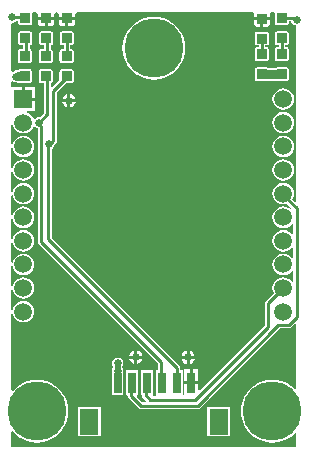
<source format=gtl>
G04 Layer_Physical_Order=1*
G04 Layer_Color=255*
%FSLAX24Y24*%
%MOIN*%
G70*
G01*
G75*
G04:AMPARAMS|DCode=10|XSize=33.5mil|YSize=35.4mil|CornerRadius=1.7mil|HoleSize=0mil|Usage=FLASHONLY|Rotation=270.000|XOffset=0mil|YOffset=0mil|HoleType=Round|Shape=RoundedRectangle|*
%AMROUNDEDRECTD10*
21,1,0.0335,0.0321,0,0,270.0*
21,1,0.0301,0.0354,0,0,270.0*
1,1,0.0033,-0.0160,-0.0151*
1,1,0.0033,-0.0160,0.0151*
1,1,0.0033,0.0160,0.0151*
1,1,0.0033,0.0160,-0.0151*
%
%ADD10ROUNDEDRECTD10*%
%ADD11R,0.0276X0.0709*%
%ADD12C,0.0300*%
%ADD13C,0.0100*%
%ADD14C,0.0200*%
%ADD15R,0.0630X0.0866*%
%ADD16C,0.1969*%
%ADD17C,0.0591*%
%ADD18R,0.0591X0.0591*%
%ADD19C,0.0250*%
G36*
X304Y10970D02*
X340Y10883D01*
X397Y10809D01*
X471Y10752D01*
X557Y10716D01*
X650Y10704D01*
X743Y10716D01*
X829Y10752D01*
X903Y10809D01*
X960Y10883D01*
X975Y10920D01*
X1027Y10929D01*
X1033Y10927D01*
X1090Y10888D01*
X1138Y10879D01*
Y7100D01*
X1138Y7100D01*
X1146Y7057D01*
X1171Y7021D01*
X5138Y3054D01*
Y2809D01*
X5066D01*
Y1990D01*
X5066Y1981D01*
X5042Y1940D01*
X4993D01*
X4969Y1981D01*
Y2809D01*
X4574D01*
Y1981D01*
X4609Y1978D01*
X4618Y1935D01*
X4642Y1899D01*
X4751Y1790D01*
X4730Y1741D01*
X4618D01*
X4424Y1934D01*
X4443Y1981D01*
X4477D01*
Y2809D01*
X4082D01*
Y1981D01*
X4103D01*
X4138Y1950D01*
X4146Y1907D01*
X4171Y1871D01*
X4492Y1549D01*
X4529Y1525D01*
X4572Y1516D01*
X4572Y1516D01*
X6461D01*
X6461Y1516D01*
X6504Y1525D01*
X6540Y1549D01*
X9197Y4206D01*
X9496D01*
X9496Y4206D01*
X9539Y4214D01*
X9575Y4239D01*
X9704Y4367D01*
X9750Y4348D01*
Y2193D01*
X9703Y2176D01*
X9691Y2191D01*
X9566Y2297D01*
X9426Y2383D01*
X9274Y2446D01*
X9114Y2485D01*
X8950Y2497D01*
X8786Y2485D01*
X8626Y2446D01*
X8474Y2383D01*
X8334Y2297D01*
X8209Y2191D01*
X8103Y2066D01*
X8017Y1926D01*
X7954Y1774D01*
X7915Y1614D01*
X7903Y1450D01*
X7915Y1286D01*
X7954Y1126D01*
X8017Y974D01*
X8103Y834D01*
X8209Y709D01*
X8334Y603D01*
X8474Y517D01*
X8626Y454D01*
X8786Y415D01*
X8950Y403D01*
X9114Y415D01*
X9274Y454D01*
X9426Y517D01*
X9566Y603D01*
X9691Y709D01*
X9703Y724D01*
X9750Y707D01*
Y250D01*
X250D01*
Y760D01*
X300Y779D01*
X359Y709D01*
X484Y603D01*
X624Y517D01*
X776Y454D01*
X936Y415D01*
X1100Y403D01*
X1264Y415D01*
X1424Y454D01*
X1576Y517D01*
X1716Y603D01*
X1841Y709D01*
X1947Y834D01*
X2033Y974D01*
X2096Y1126D01*
X2135Y1286D01*
X2147Y1450D01*
X2135Y1614D01*
X2096Y1774D01*
X2033Y1926D01*
X1947Y2066D01*
X1841Y2191D01*
X1716Y2297D01*
X1576Y2383D01*
X1424Y2446D01*
X1264Y2485D01*
X1100Y2497D01*
X936Y2485D01*
X776Y2446D01*
X624Y2383D01*
X484Y2297D01*
X359Y2191D01*
X300Y2121D01*
X250Y2140D01*
Y4697D01*
X300Y4700D01*
X304Y4671D01*
X340Y4584D01*
X397Y4510D01*
X471Y4453D01*
X557Y4417D01*
X650Y4405D01*
X743Y4417D01*
X829Y4453D01*
X903Y4510D01*
X960Y4584D01*
X996Y4671D01*
X1008Y4763D01*
X996Y4856D01*
X960Y4943D01*
X903Y5017D01*
X829Y5074D01*
X743Y5110D01*
X650Y5122D01*
X557Y5110D01*
X471Y5074D01*
X397Y5017D01*
X340Y4943D01*
X304Y4856D01*
X300Y4827D01*
X250Y4830D01*
Y5484D01*
X300Y5487D01*
X304Y5458D01*
X340Y5372D01*
X397Y5297D01*
X471Y5240D01*
X557Y5205D01*
X650Y5192D01*
X743Y5205D01*
X829Y5240D01*
X903Y5297D01*
X960Y5372D01*
X996Y5458D01*
X1008Y5551D01*
X996Y5644D01*
X960Y5730D01*
X903Y5804D01*
X829Y5861D01*
X743Y5897D01*
X650Y5909D01*
X557Y5897D01*
X471Y5861D01*
X397Y5804D01*
X340Y5730D01*
X304Y5644D01*
X300Y5614D01*
X250Y5617D01*
Y6272D01*
X300Y6275D01*
X304Y6245D01*
X340Y6159D01*
X397Y6085D01*
X471Y6028D01*
X557Y5992D01*
X650Y5980D01*
X743Y5992D01*
X829Y6028D01*
X903Y6085D01*
X960Y6159D01*
X996Y6245D01*
X1008Y6338D01*
X996Y6431D01*
X960Y6517D01*
X903Y6592D01*
X829Y6649D01*
X743Y6684D01*
X650Y6697D01*
X557Y6684D01*
X471Y6649D01*
X397Y6592D01*
X340Y6517D01*
X304Y6431D01*
X300Y6402D01*
X250Y6405D01*
Y7059D01*
X300Y7062D01*
X304Y7033D01*
X340Y6946D01*
X397Y6872D01*
X471Y6815D01*
X557Y6779D01*
X650Y6767D01*
X743Y6779D01*
X829Y6815D01*
X903Y6872D01*
X960Y6946D01*
X996Y7033D01*
X1008Y7126D01*
X996Y7218D01*
X960Y7305D01*
X903Y7379D01*
X829Y7436D01*
X743Y7472D01*
X650Y7484D01*
X557Y7472D01*
X471Y7436D01*
X397Y7379D01*
X340Y7305D01*
X304Y7218D01*
X300Y7189D01*
X250Y7192D01*
Y7846D01*
X300Y7850D01*
X304Y7820D01*
X340Y7734D01*
X397Y7660D01*
X471Y7603D01*
X557Y7567D01*
X650Y7555D01*
X743Y7567D01*
X829Y7603D01*
X903Y7660D01*
X960Y7734D01*
X996Y7820D01*
X1008Y7913D01*
X996Y8006D01*
X960Y8092D01*
X903Y8166D01*
X829Y8223D01*
X743Y8259D01*
X650Y8271D01*
X557Y8259D01*
X471Y8223D01*
X397Y8166D01*
X340Y8092D01*
X304Y8006D01*
X300Y7976D01*
X250Y7980D01*
Y8634D01*
X300Y8637D01*
X304Y8608D01*
X340Y8521D01*
X397Y8447D01*
X471Y8390D01*
X557Y8354D01*
X650Y8342D01*
X743Y8354D01*
X829Y8390D01*
X903Y8447D01*
X960Y8521D01*
X996Y8608D01*
X1008Y8700D01*
X996Y8793D01*
X960Y8880D01*
X903Y8954D01*
X829Y9011D01*
X743Y9047D01*
X650Y9059D01*
X557Y9047D01*
X471Y9011D01*
X397Y8954D01*
X340Y8880D01*
X304Y8793D01*
X300Y8764D01*
X250Y8767D01*
Y9421D01*
X300Y9424D01*
X304Y9395D01*
X340Y9309D01*
X397Y9234D01*
X471Y9177D01*
X557Y9142D01*
X650Y9129D01*
X743Y9142D01*
X829Y9177D01*
X903Y9234D01*
X960Y9309D01*
X996Y9395D01*
X1008Y9488D01*
X996Y9581D01*
X960Y9667D01*
X903Y9741D01*
X829Y9798D01*
X743Y9834D01*
X650Y9846D01*
X557Y9834D01*
X471Y9798D01*
X397Y9741D01*
X340Y9667D01*
X304Y9581D01*
X300Y9551D01*
X250Y9554D01*
Y10209D01*
X300Y10212D01*
X304Y10182D01*
X340Y10096D01*
X397Y10022D01*
X471Y9965D01*
X557Y9929D01*
X650Y9917D01*
X743Y9929D01*
X829Y9965D01*
X903Y10022D01*
X960Y10096D01*
X996Y10182D01*
X1008Y10275D01*
X996Y10368D01*
X960Y10454D01*
X903Y10529D01*
X829Y10586D01*
X743Y10621D01*
X650Y10634D01*
X557Y10621D01*
X471Y10586D01*
X397Y10529D01*
X340Y10454D01*
X304Y10368D01*
X300Y10339D01*
X250Y10342D01*
Y10996D01*
X300Y10999D01*
X304Y10970D01*
D02*
G37*
G36*
X9027Y14700D02*
Y14399D01*
X9033Y14369D01*
X9050Y14344D01*
X9075Y14327D01*
X9105Y14321D01*
X9426D01*
X9456Y14327D01*
X9482Y14344D01*
X9499Y14369D01*
X9505Y14399D01*
Y14438D01*
X9580D01*
X9582Y14428D01*
X9623Y14367D01*
X9685Y14326D01*
X9750Y14313D01*
Y8435D01*
X9704Y8416D01*
X9612Y8508D01*
X9622Y8521D01*
X9658Y8608D01*
X9670Y8700D01*
X9658Y8793D01*
X9622Y8880D01*
X9565Y8954D01*
X9491Y9011D01*
X9404Y9047D01*
X9311Y9059D01*
X9219Y9047D01*
X9132Y9011D01*
X9058Y8954D01*
X9001Y8880D01*
X8965Y8793D01*
X8953Y8700D01*
X8965Y8608D01*
X9001Y8521D01*
X9058Y8447D01*
X9132Y8390D01*
X9219Y8354D01*
X9311Y8342D01*
X9404Y8354D01*
X9435Y8367D01*
X9615Y8187D01*
X9614Y8184D01*
X9583Y8173D01*
X9560Y8170D01*
X9491Y8223D01*
X9404Y8259D01*
X9311Y8271D01*
X9219Y8259D01*
X9132Y8223D01*
X9058Y8166D01*
X9001Y8092D01*
X8965Y8006D01*
X8953Y7913D01*
X8965Y7820D01*
X9001Y7734D01*
X9058Y7660D01*
X9132Y7603D01*
X9219Y7567D01*
X9311Y7555D01*
X9404Y7567D01*
X9491Y7603D01*
X9565Y7660D01*
X9595Y7698D01*
X9645Y7681D01*
Y7357D01*
X9595Y7340D01*
X9565Y7379D01*
X9491Y7436D01*
X9404Y7472D01*
X9311Y7484D01*
X9219Y7472D01*
X9132Y7436D01*
X9058Y7379D01*
X9001Y7305D01*
X8965Y7218D01*
X8953Y7126D01*
X8965Y7033D01*
X9001Y6946D01*
X9058Y6872D01*
X9132Y6815D01*
X9219Y6779D01*
X9311Y6767D01*
X9404Y6779D01*
X9491Y6815D01*
X9565Y6872D01*
X9595Y6911D01*
X9645Y6894D01*
Y6570D01*
X9595Y6553D01*
X9565Y6592D01*
X9491Y6649D01*
X9404Y6684D01*
X9311Y6697D01*
X9219Y6684D01*
X9132Y6649D01*
X9058Y6592D01*
X9001Y6517D01*
X8965Y6431D01*
X8953Y6338D01*
X8965Y6245D01*
X9001Y6159D01*
X9058Y6085D01*
X9132Y6028D01*
X9219Y5992D01*
X9311Y5980D01*
X9404Y5992D01*
X9491Y6028D01*
X9565Y6085D01*
X9595Y6124D01*
X9645Y6107D01*
Y5782D01*
X9595Y5765D01*
X9565Y5804D01*
X9491Y5861D01*
X9404Y5897D01*
X9311Y5909D01*
X9219Y5897D01*
X9132Y5861D01*
X9058Y5804D01*
X9001Y5730D01*
X8965Y5644D01*
X8953Y5551D01*
X8965Y5458D01*
X8993Y5391D01*
X8721Y5119D01*
X8696Y5082D01*
X8688Y5039D01*
X8688Y5039D01*
Y4296D01*
X6532Y2141D01*
X6486Y2160D01*
Y2345D01*
X6010D01*
Y1983D01*
X6004Y1982D01*
X5997Y1983D01*
X5954Y2020D01*
Y2809D01*
X5868D01*
Y2894D01*
X5868Y2894D01*
X5860Y2937D01*
X5835Y2973D01*
X5835Y2973D01*
X1587Y7221D01*
Y10186D01*
X1633Y10217D01*
X1674Y10278D01*
X1684Y10325D01*
X1729Y10371D01*
X1729Y10371D01*
X1754Y10407D01*
X1762Y10450D01*
Y12086D01*
X2062Y12387D01*
X2249D01*
X2279Y12392D01*
X2304Y12409D01*
X2321Y12435D01*
X2327Y12465D01*
Y12766D01*
X2321Y12796D01*
X2304Y12821D01*
X2279Y12838D01*
X2249Y12844D01*
X1928D01*
X1898Y12838D01*
X1873Y12821D01*
X1856Y12796D01*
X1850Y12766D01*
Y12492D01*
X1612Y12254D01*
X1562Y12274D01*
Y12388D01*
X1585Y12392D01*
X1610Y12409D01*
X1627Y12435D01*
X1633Y12465D01*
Y12766D01*
X1627Y12796D01*
X1610Y12821D01*
X1585Y12838D01*
X1555Y12844D01*
X1234D01*
X1204Y12838D01*
X1179Y12821D01*
X1162Y12796D01*
X1156Y12766D01*
Y12465D01*
X1162Y12435D01*
X1179Y12409D01*
X1204Y12392D01*
X1234Y12387D01*
X1338D01*
Y11396D01*
X1188Y11246D01*
X1163Y11251D01*
X1090Y11237D01*
X1033Y11198D01*
X1027Y11196D01*
X975Y11205D01*
X960Y11242D01*
X903Y11316D01*
X829Y11373D01*
X752Y11405D01*
X762Y11455D01*
X1045D01*
Y11800D01*
X650D01*
Y11850D01*
X600D01*
Y12245D01*
X255Y12245D01*
X250Y12293D01*
Y12418D01*
X300Y12444D01*
X328Y12426D01*
X400Y12411D01*
X407Y12413D01*
X465Y12401D01*
X497D01*
X510Y12392D01*
X540Y12387D01*
X860D01*
X890Y12392D01*
X916Y12409D01*
X933Y12435D01*
X939Y12465D01*
Y12766D01*
X933Y12796D01*
X916Y12821D01*
X890Y12838D01*
X860Y12844D01*
X540D01*
X510Y12838D01*
X497Y12829D01*
X465D01*
X383Y12813D01*
X314Y12767D01*
X312Y12764D01*
X300Y12756D01*
X250Y12782D01*
Y14368D01*
X285Y14396D01*
X357Y14410D01*
X418Y14451D01*
X423Y14458D01*
X473Y14443D01*
Y14399D01*
X479Y14369D01*
X496Y14344D01*
X521Y14327D01*
X551Y14321D01*
X872D01*
X902Y14327D01*
X927Y14344D01*
X944Y14369D01*
X950Y14399D01*
Y14700D01*
X986Y14750D01*
X1085D01*
X1126Y14700D01*
Y14600D01*
X1685D01*
Y14700D01*
X1726Y14750D01*
X1779D01*
X1821Y14700D01*
Y14600D01*
X2379D01*
Y14700D01*
X2421Y14750D01*
X8287D01*
X8323Y14700D01*
X8321Y14685D01*
Y14585D01*
X8879D01*
Y14685D01*
X8877Y14700D01*
X8913Y14750D01*
X8991D01*
X9027Y14700D01*
D02*
G37*
%LPC*%
G36*
X4450Y3469D02*
Y3300D01*
X4619D01*
X4612Y3338D01*
X4562Y3412D01*
X4488Y3462D01*
X4450Y3469D01*
D02*
G37*
G36*
X4350D02*
X4312Y3462D01*
X4238Y3412D01*
X4188Y3338D01*
X4181Y3300D01*
X4350D01*
Y3469D01*
D02*
G37*
G36*
X6091Y3464D02*
X6053Y3456D01*
X5979Y3406D01*
X5929Y3332D01*
X5922Y3294D01*
X6091D01*
Y3464D01*
D02*
G37*
G36*
X6191D02*
Y3294D01*
X6361D01*
X6353Y3332D01*
X6303Y3406D01*
X6229Y3456D01*
X6191Y3464D01*
D02*
G37*
G36*
X9311Y11421D02*
X9219Y11409D01*
X9132Y11373D01*
X9058Y11316D01*
X9001Y11242D01*
X8965Y11155D01*
X8953Y11063D01*
X8965Y10970D01*
X9001Y10883D01*
X9058Y10809D01*
X9132Y10752D01*
X9219Y10716D01*
X9311Y10704D01*
X9404Y10716D01*
X9491Y10752D01*
X9565Y10809D01*
X9622Y10883D01*
X9658Y10970D01*
X9670Y11063D01*
X9658Y11155D01*
X9622Y11242D01*
X9565Y11316D01*
X9491Y11373D01*
X9404Y11409D01*
X9311Y11421D01*
D02*
G37*
G36*
Y12208D02*
X9219Y12196D01*
X9132Y12160D01*
X9058Y12103D01*
X9001Y12029D01*
X8965Y11943D01*
X8953Y11850D01*
X8965Y11757D01*
X9001Y11671D01*
X9058Y11597D01*
X9132Y11540D01*
X9219Y11504D01*
X9311Y11492D01*
X9404Y11504D01*
X9491Y11540D01*
X9565Y11597D01*
X9622Y11671D01*
X9658Y11757D01*
X9670Y11850D01*
X9658Y11943D01*
X9622Y12029D01*
X9565Y12103D01*
X9491Y12160D01*
X9404Y12196D01*
X9311Y12208D01*
D02*
G37*
G36*
Y9846D02*
X9219Y9834D01*
X9132Y9798D01*
X9058Y9741D01*
X9001Y9667D01*
X8965Y9581D01*
X8953Y9488D01*
X8965Y9395D01*
X9001Y9309D01*
X9058Y9234D01*
X9132Y9177D01*
X9219Y9142D01*
X9311Y9129D01*
X9404Y9142D01*
X9491Y9177D01*
X9565Y9234D01*
X9622Y9309D01*
X9658Y9395D01*
X9670Y9488D01*
X9658Y9581D01*
X9622Y9667D01*
X9565Y9741D01*
X9491Y9798D01*
X9404Y9834D01*
X9311Y9846D01*
D02*
G37*
G36*
Y10634D02*
X9219Y10621D01*
X9132Y10586D01*
X9058Y10529D01*
X9001Y10454D01*
X8965Y10368D01*
X8953Y10275D01*
X8965Y10182D01*
X9001Y10096D01*
X9058Y10022D01*
X9132Y9965D01*
X9219Y9929D01*
X9311Y9917D01*
X9404Y9929D01*
X9491Y9965D01*
X9565Y10022D01*
X9622Y10096D01*
X9658Y10182D01*
X9670Y10275D01*
X9658Y10368D01*
X9622Y10454D01*
X9565Y10529D01*
X9491Y10586D01*
X9404Y10621D01*
X9311Y10634D01*
D02*
G37*
G36*
X3787Y3226D02*
X3715Y3212D01*
X3654Y3171D01*
X3613Y3110D01*
X3599Y3037D01*
X3613Y2965D01*
X3624Y2949D01*
Y2889D01*
X3613Y2872D01*
X3601Y2809D01*
X3590D01*
Y1981D01*
X3985D01*
Y2809D01*
X3974D01*
X3962Y2872D01*
X3951Y2889D01*
Y2949D01*
X3962Y2965D01*
X3976Y3037D01*
X3962Y3110D01*
X3921Y3171D01*
X3860Y3212D01*
X3787Y3226D01*
D02*
G37*
G36*
X6198Y2849D02*
X6010D01*
Y2445D01*
X6198D01*
Y2849D01*
D02*
G37*
G36*
X3225Y1593D02*
X2475D01*
Y607D01*
X3225D01*
Y1593D01*
D02*
G37*
G36*
X7536D02*
X6786D01*
Y607D01*
X7536D01*
Y1593D01*
D02*
G37*
G36*
X6486Y2849D02*
X6298D01*
Y2445D01*
X6486D01*
Y2849D01*
D02*
G37*
G36*
X4350Y3200D02*
X4181D01*
X4188Y3162D01*
X4238Y3088D01*
X4312Y3038D01*
X4350Y3031D01*
Y3200D01*
D02*
G37*
G36*
X4619D02*
X4450D01*
Y3031D01*
X4488Y3038D01*
X4562Y3088D01*
X4612Y3162D01*
X4619Y3200D01*
D02*
G37*
G36*
X6091Y3194D02*
X5922D01*
X5929Y3156D01*
X5979Y3082D01*
X6053Y3032D01*
X6091Y3025D01*
Y3194D01*
D02*
G37*
G36*
X6361D02*
X6191D01*
Y3025D01*
X6229Y3032D01*
X6303Y3082D01*
X6353Y3156D01*
X6361Y3194D01*
D02*
G37*
G36*
X9426Y14109D02*
X9105D01*
X9075Y14103D01*
X9050Y14086D01*
X9033Y14061D01*
X9027Y14031D01*
Y13730D01*
X9033Y13700D01*
X9050Y13675D01*
X9075Y13658D01*
X9105Y13652D01*
X9154D01*
Y13579D01*
X9105D01*
X9075Y13573D01*
X9050Y13556D01*
X9033Y13530D01*
X9027Y13500D01*
Y13199D01*
X9033Y13169D01*
X9050Y13144D01*
X9075Y13127D01*
X9105Y13121D01*
X9426D01*
X9456Y13127D01*
X9482Y13144D01*
X9499Y13169D01*
X9505Y13199D01*
Y13500D01*
X9499Y13530D01*
X9482Y13556D01*
X9456Y13573D01*
X9426Y13579D01*
X9378D01*
Y13652D01*
X9426D01*
X9456Y13658D01*
X9482Y13675D01*
X9499Y13700D01*
X9505Y13730D01*
Y14031D01*
X9499Y14061D01*
X9482Y14086D01*
X9456Y14103D01*
X9426Y14109D01*
D02*
G37*
G36*
X8550Y14485D02*
X8321D01*
Y14384D01*
X8330Y14339D01*
X8355Y14300D01*
X8394Y14274D01*
X8440Y14265D01*
X8550D01*
Y14485D01*
D02*
G37*
G36*
X2260Y14109D02*
X1940D01*
X1910Y14103D01*
X1884Y14086D01*
X1867Y14061D01*
X1861Y14031D01*
Y13730D01*
X1867Y13700D01*
X1884Y13675D01*
X1910Y13658D01*
X1940Y13652D01*
X1988D01*
Y13513D01*
X1928D01*
X1898Y13508D01*
X1873Y13491D01*
X1856Y13465D01*
X1850Y13435D01*
Y13134D01*
X1856Y13104D01*
X1873Y13079D01*
X1898Y13062D01*
X1928Y13056D01*
X2249D01*
X2279Y13062D01*
X2304Y13079D01*
X2321Y13104D01*
X2327Y13134D01*
Y13435D01*
X2321Y13465D01*
X2304Y13491D01*
X2279Y13508D01*
X2249Y13513D01*
X2212D01*
Y13652D01*
X2260D01*
X2290Y13658D01*
X2316Y13675D01*
X2333Y13700D01*
X2339Y13730D01*
Y14031D01*
X2333Y14061D01*
X2316Y14086D01*
X2290Y14103D01*
X2260Y14109D01*
D02*
G37*
G36*
X8760Y14094D02*
X8440D01*
X8410Y14088D01*
X8384Y14071D01*
X8367Y14046D01*
X8361Y14016D01*
Y13715D01*
X8367Y13685D01*
X8384Y13659D01*
X8410Y13642D01*
X8440Y13637D01*
X8488D01*
Y13579D01*
X8440D01*
X8410Y13573D01*
X8384Y13556D01*
X8367Y13530D01*
X8361Y13500D01*
Y13199D01*
X8367Y13169D01*
X8384Y13144D01*
X8410Y13127D01*
X8440Y13121D01*
X8760D01*
X8790Y13127D01*
X8816Y13144D01*
X8833Y13169D01*
X8839Y13199D01*
Y13500D01*
X8833Y13530D01*
X8816Y13556D01*
X8790Y13573D01*
X8760Y13579D01*
X8712D01*
Y13637D01*
X8760D01*
X8790Y13642D01*
X8816Y13659D01*
X8833Y13685D01*
X8839Y13715D01*
Y14016D01*
X8833Y14046D01*
X8816Y14071D01*
X8790Y14088D01*
X8760Y14094D01*
D02*
G37*
G36*
X8879Y14485D02*
X8650D01*
Y14265D01*
X8760D01*
X8806Y14274D01*
X8845Y14300D01*
X8870Y14339D01*
X8879Y14384D01*
Y14485D01*
D02*
G37*
G36*
X2050Y14500D02*
X1821D01*
Y14399D01*
X1830Y14354D01*
X1855Y14315D01*
X1894Y14289D01*
X1940Y14280D01*
X2050D01*
Y14500D01*
D02*
G37*
G36*
X2379D02*
X2150D01*
Y14280D01*
X2260D01*
X2306Y14289D01*
X2345Y14315D01*
X2370Y14354D01*
X2379Y14399D01*
Y14500D01*
D02*
G37*
G36*
X1356D02*
X1126D01*
Y14399D01*
X1135Y14354D01*
X1161Y14315D01*
X1200Y14289D01*
X1245Y14280D01*
X1356D01*
Y14500D01*
D02*
G37*
G36*
X1685D02*
X1456D01*
Y14280D01*
X1566D01*
X1612Y14289D01*
X1650Y14315D01*
X1676Y14354D01*
X1685Y14399D01*
Y14500D01*
D02*
G37*
G36*
X2118Y12019D02*
X2081Y12012D01*
X2006Y11962D01*
X1957Y11888D01*
X1949Y11850D01*
X2118D01*
Y12019D01*
D02*
G37*
G36*
X2218D02*
Y11850D01*
X2388D01*
X2380Y11888D01*
X2331Y11962D01*
X2256Y12012D01*
X2218Y12019D01*
D02*
G37*
G36*
X2118Y11750D02*
X1949D01*
X1957Y11712D01*
X2006Y11638D01*
X2081Y11588D01*
X2118Y11581D01*
Y11750D01*
D02*
G37*
G36*
X2388D02*
X2218D01*
Y11581D01*
X2256Y11588D01*
X2331Y11638D01*
X2380Y11712D01*
X2388Y11750D01*
D02*
G37*
G36*
X700Y12245D02*
Y11900D01*
X1045D01*
Y12245D01*
X700D01*
D02*
G37*
G36*
X872Y14109D02*
X551D01*
X521Y14103D01*
X496Y14086D01*
X479Y14061D01*
X473Y14031D01*
Y13730D01*
X479Y13700D01*
X496Y13675D01*
X521Y13658D01*
X551Y13652D01*
X638D01*
Y13513D01*
X540D01*
X510Y13508D01*
X484Y13491D01*
X467Y13465D01*
X461Y13435D01*
Y13134D01*
X467Y13104D01*
X484Y13079D01*
X510Y13062D01*
X540Y13056D01*
X860D01*
X890Y13062D01*
X916Y13079D01*
X933Y13104D01*
X939Y13134D01*
Y13435D01*
X933Y13465D01*
X916Y13491D01*
X890Y13508D01*
X862Y13513D01*
Y13652D01*
X872D01*
X902Y13658D01*
X927Y13675D01*
X944Y13700D01*
X950Y13730D01*
Y14031D01*
X944Y14061D01*
X927Y14086D01*
X902Y14103D01*
X872Y14109D01*
D02*
G37*
G36*
X1566D02*
X1245D01*
X1215Y14103D01*
X1190Y14086D01*
X1173Y14061D01*
X1167Y14031D01*
Y13730D01*
X1173Y13700D01*
X1190Y13675D01*
X1215Y13658D01*
X1245Y13652D01*
X1338D01*
Y13513D01*
X1234D01*
X1204Y13508D01*
X1179Y13491D01*
X1162Y13465D01*
X1156Y13435D01*
Y13134D01*
X1162Y13104D01*
X1179Y13079D01*
X1204Y13062D01*
X1234Y13056D01*
X1555D01*
X1585Y13062D01*
X1610Y13079D01*
X1627Y13104D01*
X1633Y13134D01*
Y13435D01*
X1627Y13465D01*
X1610Y13491D01*
X1585Y13508D01*
X1562Y13512D01*
Y13652D01*
X1566D01*
X1596Y13658D01*
X1621Y13675D01*
X1638Y13700D01*
X1644Y13730D01*
Y14031D01*
X1638Y14061D01*
X1621Y14086D01*
X1596Y14103D01*
X1566Y14109D01*
D02*
G37*
G36*
X5000Y14597D02*
X4836Y14585D01*
X4676Y14546D01*
X4524Y14483D01*
X4384Y14397D01*
X4259Y14291D01*
X4153Y14166D01*
X4067Y14026D01*
X4004Y13874D01*
X3965Y13714D01*
X3953Y13550D01*
X3965Y13386D01*
X4004Y13226D01*
X4067Y13074D01*
X4153Y12934D01*
X4259Y12809D01*
X4384Y12703D01*
X4524Y12617D01*
X4676Y12554D01*
X4836Y12515D01*
X5000Y12503D01*
X5164Y12515D01*
X5324Y12554D01*
X5476Y12617D01*
X5616Y12703D01*
X5741Y12809D01*
X5847Y12934D01*
X5933Y13074D01*
X5996Y13226D01*
X6035Y13386D01*
X6047Y13550D01*
X6035Y13714D01*
X5996Y13874D01*
X5933Y14026D01*
X5847Y14166D01*
X5741Y14291D01*
X5616Y14397D01*
X5476Y14483D01*
X5324Y14546D01*
X5164Y14585D01*
X5000Y14597D01*
D02*
G37*
G36*
X9426Y12909D02*
X9105D01*
X9075Y12903D01*
X9062Y12895D01*
X8803D01*
X8790Y12903D01*
X8760Y12909D01*
X8440D01*
X8410Y12903D01*
X8384Y12886D01*
X8367Y12861D01*
X8361Y12831D01*
Y12530D01*
X8367Y12500D01*
X8384Y12475D01*
X8410Y12458D01*
X8440Y12452D01*
X8760D01*
X8790Y12458D01*
X8803Y12466D01*
X9062D01*
X9075Y12458D01*
X9105Y12452D01*
X9426D01*
X9456Y12458D01*
X9482Y12475D01*
X9499Y12500D01*
X9505Y12530D01*
Y12831D01*
X9499Y12861D01*
X9482Y12886D01*
X9456Y12903D01*
X9426Y12909D01*
D02*
G37*
%LPD*%
D10*
X9266Y14550D02*
D03*
Y13880D02*
D03*
X711Y14550D02*
D03*
Y13880D02*
D03*
X1406Y14550D02*
D03*
Y13880D02*
D03*
X2100Y14550D02*
D03*
Y13880D02*
D03*
X8600Y14535D02*
D03*
Y13865D02*
D03*
Y13350D02*
D03*
Y12680D02*
D03*
X9266Y13350D02*
D03*
Y12680D02*
D03*
X2089Y13285D02*
D03*
Y12615D02*
D03*
X1394Y13285D02*
D03*
Y12615D02*
D03*
X700Y13285D02*
D03*
Y12615D02*
D03*
D11*
X3787Y2395D02*
D03*
X4280D02*
D03*
X4772D02*
D03*
X5264D02*
D03*
X5756D02*
D03*
X6248D02*
D03*
D12*
X465Y12615D02*
X700D01*
X8600Y12680D02*
X9266D01*
D13*
X450Y12600D02*
X465Y12615D01*
X8600Y13350D02*
Y13865D01*
X1137Y11063D02*
X1250Y10950D01*
X1137Y11063D02*
X1163D01*
X1250Y7100D02*
Y10950D01*
X1650Y12133D02*
X2100Y12583D01*
X1650Y10450D02*
Y12133D01*
X1475Y10275D02*
X1650Y10450D01*
X1450Y11350D02*
Y12581D01*
X1163Y11063D02*
X1450Y11350D01*
X9266Y13350D02*
Y13880D01*
X750Y13285D02*
Y13880D01*
X1450Y13250D02*
Y13846D01*
X2100Y13252D02*
Y13848D01*
X9266Y14550D02*
X9707D01*
X9757Y14500D01*
X1475Y7175D02*
Y10275D01*
Y7175D02*
X5756Y2894D01*
X1250Y7100D02*
X5250Y3100D01*
Y2395D02*
Y3100D01*
X5756Y2395D02*
Y2894D01*
X4572Y1628D02*
X6461D01*
X4250Y1950D02*
X4572Y1628D01*
X4250Y1950D02*
Y2274D01*
X4722Y1978D02*
Y2395D01*
Y1978D02*
X4872Y1828D01*
X6378D01*
X8800Y5039D02*
X9311Y5551D01*
X8800Y4250D02*
Y5039D01*
X6378Y1828D02*
X8800Y4250D01*
X285Y14585D02*
X750D01*
Y13965D02*
X765Y13950D01*
X9311Y8649D02*
Y8700D01*
Y8649D02*
X9757Y8204D01*
Y4579D02*
Y8204D01*
X9496Y4318D02*
X9757Y4579D01*
X9151Y4318D02*
X9496D01*
X6461Y1628D02*
X9151Y4318D01*
D14*
X3787Y2395D02*
Y3037D01*
D15*
X7161Y1100D02*
D03*
X2850D02*
D03*
D16*
X5000Y13550D02*
D03*
X8950Y1450D02*
D03*
X1100D02*
D03*
D17*
X9311Y11850D02*
D03*
Y11063D02*
D03*
Y10275D02*
D03*
Y9488D02*
D03*
Y8700D02*
D03*
Y7913D02*
D03*
Y7126D02*
D03*
Y6338D02*
D03*
Y5551D02*
D03*
Y4763D02*
D03*
X650D02*
D03*
Y5551D02*
D03*
Y6338D02*
D03*
Y7126D02*
D03*
Y7913D02*
D03*
Y8700D02*
D03*
Y9488D02*
D03*
Y10275D02*
D03*
Y11063D02*
D03*
D18*
Y11850D02*
D03*
D19*
X8933Y12680D02*
D03*
X400Y12600D02*
D03*
X1500Y10350D02*
D03*
X1163Y11063D02*
D03*
X4400Y3250D02*
D03*
X2168Y11800D02*
D03*
X9757Y14500D02*
D03*
X3787Y2800D02*
D03*
X285Y14585D02*
D03*
X3787Y3037D02*
D03*
X6141Y3244D02*
D03*
M02*

</source>
